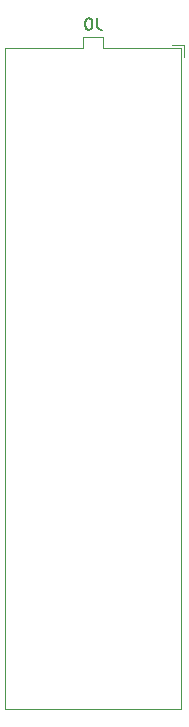
<source format=gbr>
%TF.GenerationSoftware,KiCad,Pcbnew,7.0.10*%
%TF.CreationDate,2024-03-14T12:03:47+01:00*%
%TF.ProjectId,FMC_breakout,464d435f-6272-4656-916b-6f75742e6b69,1.2*%
%TF.SameCoordinates,Original*%
%TF.FileFunction,Legend,Bot*%
%TF.FilePolarity,Positive*%
%FSLAX46Y46*%
G04 Gerber Fmt 4.6, Leading zero omitted, Abs format (unit mm)*
G04 Created by KiCad (PCBNEW 7.0.10) date 2024-03-14 12:03:47*
%MOMM*%
%LPD*%
G01*
G04 APERTURE LIST*
%ADD10C,0.150000*%
%ADD11C,0.120000*%
G04 APERTURE END LIST*
D10*
X71423333Y-61509819D02*
X71423333Y-62224104D01*
X71423333Y-62224104D02*
X71470952Y-62366961D01*
X71470952Y-62366961D02*
X71566190Y-62462200D01*
X71566190Y-62462200D02*
X71709047Y-62509819D01*
X71709047Y-62509819D02*
X71804285Y-62509819D01*
X70756666Y-61509819D02*
X70661428Y-61509819D01*
X70661428Y-61509819D02*
X70566190Y-61557438D01*
X70566190Y-61557438D02*
X70518571Y-61605057D01*
X70518571Y-61605057D02*
X70470952Y-61700295D01*
X70470952Y-61700295D02*
X70423333Y-61890771D01*
X70423333Y-61890771D02*
X70423333Y-62128866D01*
X70423333Y-62128866D02*
X70470952Y-62319342D01*
X70470952Y-62319342D02*
X70518571Y-62414580D01*
X70518571Y-62414580D02*
X70566190Y-62462200D01*
X70566190Y-62462200D02*
X70661428Y-62509819D01*
X70661428Y-62509819D02*
X70756666Y-62509819D01*
X70756666Y-62509819D02*
X70851904Y-62462200D01*
X70851904Y-62462200D02*
X70899523Y-62414580D01*
X70899523Y-62414580D02*
X70947142Y-62319342D01*
X70947142Y-62319342D02*
X70994761Y-62128866D01*
X70994761Y-62128866D02*
X70994761Y-61890771D01*
X70994761Y-61890771D02*
X70947142Y-61700295D01*
X70947142Y-61700295D02*
X70899523Y-61605057D01*
X70899523Y-61605057D02*
X70851904Y-61557438D01*
X70851904Y-61557438D02*
X70756666Y-61509819D01*
D11*
%TO.C,J0*%
X78790000Y-64775000D02*
X78790000Y-63775000D01*
X78790000Y-63775000D02*
X77790000Y-63775000D01*
X78540000Y-120005000D02*
X63640000Y-120005000D01*
X78540000Y-64005000D02*
X78540000Y-120005000D01*
X71960000Y-64005000D02*
X78540000Y-64005000D01*
X71960000Y-63115000D02*
X71960000Y-64005000D01*
X70220000Y-64005000D02*
X70220000Y-63115000D01*
X70220000Y-63115000D02*
X71960000Y-63115000D01*
X63640000Y-120005000D02*
X63640000Y-64005000D01*
X63640000Y-64005000D02*
X70220000Y-64005000D01*
%TD*%
M02*

</source>
